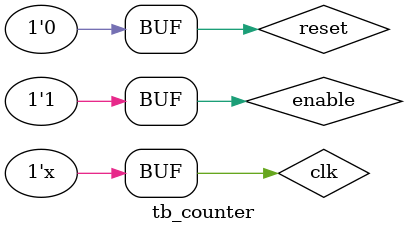
<source format=v>
module tb_counter();
reg clk, enable , reset;
wire [4:0] hour;
wire [6:0] minute;
wire [6:0] day;
clock_counter clock_counter (
     clk, enable, reset,
     hour,
     minute,
     day
);

always 
 #5 clk <= ~clk;
initial begin
    reset = 1;
    clk = 0;
    #10
    reset = 0;
    clk = 0;
    enable = 1;

end
always @( *) begin
    $display($time, "%d (day) %d:%d",day,  hour, minute);
end

endmodule

</source>
